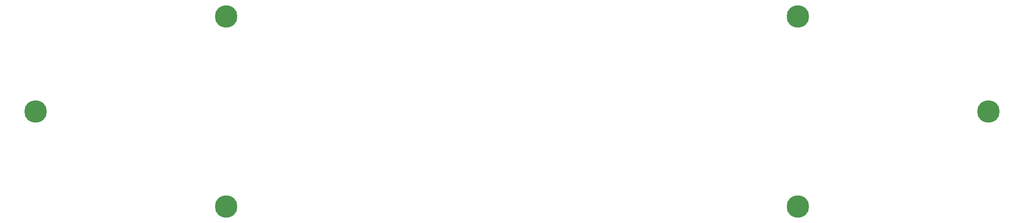
<source format=gbr>
G04 #@! TF.GenerationSoftware,KiCad,Pcbnew,(5.1.2-1)-1*
G04 #@! TF.CreationDate,2019-11-15T22:04:13-06:00*
G04 #@! TF.ProjectId,therick_top_plate,74686572-6963-46b5-9f74-6f705f706c61,rev?*
G04 #@! TF.SameCoordinates,Original*
G04 #@! TF.FileFunction,Copper,L2,Bot*
G04 #@! TF.FilePolarity,Positive*
%FSLAX46Y46*%
G04 Gerber Fmt 4.6, Leading zero omitted, Abs format (unit mm)*
G04 Created by KiCad (PCBNEW (5.1.2-1)-1) date 2019-11-15 22:04:13*
%MOMM*%
%LPD*%
G04 APERTURE LIST*
%ADD10C,4.500000*%
G04 APERTURE END LIST*
D10*
X65125600Y-72986900D03*
X103225600Y-53936900D03*
X103225600Y-92036900D03*
X217538300Y-53936900D03*
X217525600Y-92036900D03*
X255638300Y-72986900D03*
M02*

</source>
